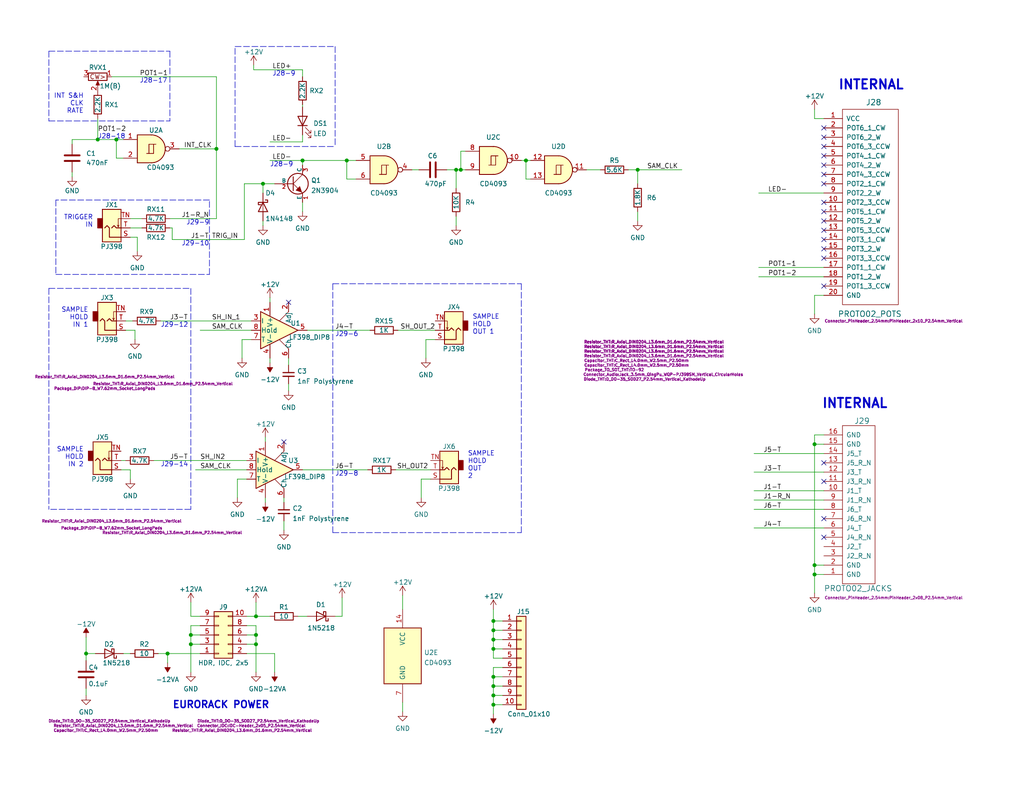
<source format=kicad_sch>
(kicad_sch (version 20211123) (generator eeschema)
  (paper "A")
  (title_block (title "ER-S-H-02") (date "2023-02-01") (rev "1") (company "https://www.schmitzbits.de/sah.html"))
  (lib_symbols
    (symbol "4xxx:HEF4093B" (pin_names (offset 1.016))
      (property "Reference" "U" (at 0 1.27 0))
      (property "Value" "HEF4093B" (at 0 -1.27 0))
      (symbol "HEF4093B_1_1"
        (pin input line (at -7.62 2.54 0) (length 3.81) (name "~") (number "1"))
        (pin input line (at -7.62 -2.54 0) (length 3.81) (name "~") (number "2"))
        (pin output inverted (at 7.62 0 180) (length 3.81) (name "~") (number "3"))
      )
      (symbol "HEF4093B_1_2"
        (pin input inverted (at -7.62 2.54 0) (length 4.318) (name "~") (number "1"))
        (pin input inverted (at -7.62 -2.54 0) (length 4.318) (name "~") (number "2"))
        (pin output line (at 7.62 0 180) (length 3.81) (name "~") (number "3"))
      )
      (symbol "HEF4093B_2_1"
        (pin output inverted (at 7.62 0 180) (length 3.81) (name "~") (number "4"))
        (pin input line (at -7.62 2.54 0) (length 3.81) (name "~") (number "5"))
        (pin input line (at -7.62 -2.54 0) (length 3.81) (name "~") (number "6"))
      )
      (symbol "HEF4093B_2_2"
        (pin output line (at 7.62 0 180) (length 3.81) (name "~") (number "4"))
        (pin input inverted (at -7.62 2.54 0) (length 4.318) (name "~") (number "5"))
        (pin input inverted (at -7.62 -2.54 0) (length 4.318) (name "~") (number "6"))
      )
      (symbol "HEF4093B_3_1"
        (pin output inverted (at 7.62 0 180) (length 3.81) (name "~") (number "10"))
        (pin input line (at -7.62 2.54 0) (length 3.81) (name "~") (number "8"))
        (pin input line (at -7.62 -2.54 0) (length 3.81) (name "~") (number "9"))
      )
      (symbol "HEF4093B_3_2"
        (pin output line (at 7.62 0 180) (length 3.81) (name "~") (number "10"))
        (pin input inverted (at -7.62 2.54 0) (length 4.318) (name "~") (number "8"))
        (pin input inverted (at -7.62 -2.54 0) (length 4.318) (name "~") (number "9"))
      )
      (symbol "HEF4093B_4_1"
        (pin output inverted (at 7.62 0 180) (length 3.81) (name "~") (number "11"))
        (pin input line (at -7.62 2.54 0) (length 3.81) (name "~") (number "12"))
        (pin input line (at -7.62 -2.54 0) (length 3.81) (name "~") (number "13"))
      )
      (symbol "HEF4093B_4_2"
        (pin output line (at 7.62 0 180) (length 3.81) (name "~") (number "11"))
        (pin input inverted (at -7.62 2.54 0) (length 4.318) (name "~") (number "12"))
        (pin input inverted (at -7.62 -2.54 0) (length 4.318) (name "~") (number "13"))
      )
      (symbol "HEF4093B_5_0"
        (pin power_in line (at 0 12.7 270) (length 5.08) (name "VCC") (number "14"))
        (pin power_in line (at 0 -12.7 90) (length 5.08) (name "GND") (number "7"))
      )
    )
    (symbol "Analog:LF398_DIP8" (pin_names (offset 0.127))
      (property "Reference" "U" (at 5.08 3.81 0))
      (property "Value" "LF398_DIP8" (at 5.08 -2.54 0))
      (symbol "LF398_DIP8_1_1"
        (pin passive line (at -2.54 7.62 270) (length 3.81) (name "V+") (number "1"))
        (pin passive line (at 2.54 7.62 270) (length 2.54) (name "Adj") (number "2"))
        (pin input line (at -7.62 2.54 0) (length 2.54) (name "I") (number "3"))
        (pin passive line (at -2.54 -7.62 90) (length 3.81) (name "V-") (number "4"))
        (pin output line (at 7.62 0 180) (length 2.54) (name "~") (number "5"))
        (pin passive line (at 2.54 -7.62 90) (length 2.54) (name "Ch") (number "6"))
        (pin passive line (at -7.62 -2.54 0) (length 2.54) (name "T") (number "7"))
        (pin input line (at -7.62 0 0) (length 2.54) (name "Hold") (number "8"))
      )
    )
    (symbol "Connector:AudioJack2_SwitchT"
      (property "Reference" "J" (at 0 8.89 0))
      (property "Value" "AudioJack2_SwitchT" (at 0 6.35 0))
      (symbol "AudioJack2_SwitchT_1_1"
        (pin passive line (at 5.08 2.54 180) (length 2.54) (name "~") (number "S"))
        (pin passive line (at 5.08 0 180) (length 2.54) (name "~") (number "T"))
        (pin passive line (at 5.08 -2.54 180) (length 2.54) (name "~") (number "TN"))
      )
    )
    (symbol "Connector_Generic:Conn_01x10" (pin_names (offset 1.016) hide)
      (property "Reference" "J" (at 0 12.7 0))
      (property "Value" "Conn_01x10" (at 0 -15.24 0))
      (symbol "Conn_01x10_1_1"
        (pin passive line (at -5.08 10.16 0) (length 3.81) (name "Pin_1") (number "1"))
        (pin passive line (at -5.08 -12.7 0) (length 3.81) (name "Pin_10") (number "10"))
        (pin passive line (at -5.08 7.62 0) (length 3.81) (name "Pin_2") (number "2"))
        (pin passive line (at -5.08 5.08 0) (length 3.81) (name "Pin_3") (number "3"))
        (pin passive line (at -5.08 2.54 0) (length 3.81) (name "Pin_4") (number "4"))
        (pin passive line (at -5.08 0 0) (length 3.81) (name "Pin_5") (number "5"))
        (pin passive line (at -5.08 -2.54 0) (length 3.81) (name "Pin_6") (number "6"))
        (pin passive line (at -5.08 -5.08 0) (length 3.81) (name "Pin_7") (number "7"))
        (pin passive line (at -5.08 -7.62 0) (length 3.81) (name "Pin_8") (number "8"))
        (pin passive line (at -5.08 -10.16 0) (length 3.81) (name "Pin_9") (number "9"))
      )
    )
    (symbol "Connector_Generic:Conn_02x05_Odd_Even" (pin_names (offset 1.016) hide)
      (property "Reference" "J" (at 1.27 7.62 0))
      (property "Value" "Conn_02x05_Odd_Even" (at 1.27 -7.62 0))
      (symbol "Conn_02x05_Odd_Even_1_1"
        (pin passive line (at -5.08 5.08 0) (length 3.81) (name "Pin_1") (number "1"))
        (pin passive line (at 7.62 -5.08 180) (length 3.81) (name "Pin_10") (number "10"))
        (pin passive line (at 7.62 5.08 180) (length 3.81) (name "Pin_2") (number "2"))
        (pin passive line (at -5.08 2.54 0) (length 3.81) (name "Pin_3") (number "3"))
        (pin passive line (at 7.62 2.54 180) (length 3.81) (name "Pin_4") (number "4"))
        (pin passive line (at -5.08 0 0) (length 3.81) (name "Pin_5") (number "5"))
        (pin passive line (at 7.62 0 180) (length 3.81) (name "Pin_6") (number "6"))
        (pin passive line (at -5.08 -2.54 0) (length 3.81) (name "Pin_7") (number "7"))
        (pin passive line (at 7.62 -2.54 180) (length 3.81) (name "Pin_8") (number "8"))
        (pin passive line (at -5.08 -5.08 0) (length 3.81) (name "Pin_9") (number "9"))
      )
    )
    (symbol "Device:C" (pin_numbers hide) (pin_names (offset 0.254))
      (property "Reference" "C" (at 0.635 2.54 0))
      (property "Value" "C" (at 0.635 -2.54 0))
      (symbol "C_1_1"
        (pin passive line (at 0 3.81 270) (length 2.794) (name "~") (number "1"))
        (pin passive line (at 0 -3.81 90) (length 2.794) (name "~") (number "2"))
      )
    )
    (symbol "Device:C_Small" (pin_numbers hide) (pin_names (offset 0.254) hide)
      (property "Reference" "C" (at 0.254 1.778 0))
      (property "Value" "C_Small" (at 0.254 -2.032 0))
      (symbol "C_Small_1_1"
        (pin passive line (at 0 2.54 270) (length 2.032) (name "~") (number "1"))
        (pin passive line (at 0 -2.54 90) (length 2.032) (name "~") (number "2"))
      )
    )
    (symbol "Device:D_Schottky" (pin_numbers hide) (pin_names (offset 1.016) hide)
      (property "Reference" "D" (at 0 2.54 0))
      (property "Value" "D_Schottky" (at 0 -2.54 0))
      (symbol "D_Schottky_1_1"
        (pin passive line (at -3.81 0 0) (length 2.54) (name "K") (number "1"))
        (pin passive line (at 3.81 0 180) (length 2.54) (name "A") (number "2"))
      )
    )
    (symbol "Device:LED" (pin_numbers hide) (pin_names (offset 1.016) hide)
      (property "Reference" "D" (at 0 2.54 0))
      (property "Value" "LED" (at 0 -2.54 0))
      (symbol "LED_1_1"
        (pin passive line (at -3.81 0 0) (length 2.54) (name "K") (number "1"))
        (pin passive line (at 3.81 0 180) (length 2.54) (name "A") (number "2"))
      )
    )
    (symbol "Device:R" (pin_numbers hide) (pin_names (offset 0))
      (property "Reference" "R" (at 2.032 0 90))
      (property "Value" "R" (at 0 0 90))
      (symbol "R_1_1"
        (pin passive line (at 0 3.81 270) (length 1.27) (name "~") (number "1"))
        (pin passive line (at 0 -3.81 90) (length 1.27) (name "~") (number "2"))
      )
    )
    (symbol "LandBoards_Conns:PROTO02_POTS" (pin_names (offset 1.016))
      (property "Reference" "J" (at -1.27 27.94 0))
      (property "Value" "PROTO02_POTS" (at 0 -27.94 0))
      (symbol "PROTO02_POTS_1_1"
        (pin power_in line (at 11.43 24.13 180) (length 5.08) (name "VCC") (number "1"))
        (pin passive line (at 11.43 1.27 180) (length 5.08) (name "POT2_3_CCW") (number "10"))
        (pin passive line (at 11.43 -1.27 180) (length 5.08) (name "POT5_1_CW") (number "11"))
        (pin passive line (at 11.43 -3.81 180) (length 5.08) (name "POT5_2_W") (number "12"))
        (pin passive line (at 11.43 -6.35 180) (length 5.08) (name "POT5_3_CCW") (number "13"))
        (pin passive line (at 11.43 -8.89 180) (length 5.08) (name "POT3_1_CW") (number "14"))
        (pin passive line (at 11.43 -11.43 180) (length 5.08) (name "POT3_2_W") (number "15"))
        (pin passive line (at 11.43 -13.97 180) (length 5.08) (name "POT3_3_CCW") (number "16"))
        (pin passive line (at 11.43 -16.51 180) (length 5.08) (name "POT1_1_CW") (number "17"))
        (pin passive line (at 11.43 -19.05 180) (length 5.08) (name "POT1_2_W") (number "18"))
        (pin passive line (at 11.43 -21.59 180) (length 5.08) (name "POT1_3_CCW") (number "19"))
        (pin passive line (at 11.43 21.59 180) (length 5.08) (name "POT6_1_CW") (number "2"))
        (pin power_in line (at 11.43 -24.13 180) (length 5.08) (name "GND") (number "20"))
        (pin passive line (at 11.43 19.05 180) (length 5.08) (name "POT6_2_W") (number "3"))
        (pin passive line (at 11.43 16.51 180) (length 5.08) (name "POT6_3_CCW") (number "4"))
        (pin passive line (at 11.43 13.97 180) (length 5.08) (name "POT4_1_CW") (number "5"))
        (pin passive line (at 11.43 11.43 180) (length 5.08) (name "POT4_2_W") (number "6"))
        (pin passive line (at 11.43 8.89 180) (length 5.08) (name "POT4_3_CCW") (number "7"))
        (pin passive line (at 11.43 6.35 180) (length 5.08) (name "POT2_1_CW") (number "8"))
        (pin passive line (at 11.43 3.81 180) (length 5.08) (name "POT2_2_W") (number "9"))
      )
    )
    (symbol "LandBoards_Conns:R_Pot_CW" (pin_names (offset 1.016) hide)
      (property "Reference" "RV" (at -1.27 1.27 0))
      (property "Value" "R_Pot_CW" (at -1.27 -1.27 0))
      (symbol "R_Pot_CW_0_0"
        (text "CW>" (at 0 0 900) (effects (font (size 1.27 1.27))))
      )
      (symbol "R_Pot_CW_1_1"
        (pin passive line (at 0 3.81 270) (length 1.27) (name "1") (number "1"))
        (pin passive line (at 3.81 0 180) (length 1.27) (name "2") (number "2"))
        (pin passive line (at 0 -3.81 90) (length 1.27) (name "3") (number "3"))
      )
    )
    (symbol "LandBoards_Semis:NPN" (pin_names (offset 0))
      (property "Reference" "Q" (at 0 -3.81 0))
      (property "Value" "NPN" (at 0 3.81 0))
      (symbol "NPN_1_1"
        (pin passive line (at 2.54 -5.08 90) (length 2.54) (name "E") (number "1"))
        (pin input line (at -5.08 0 0) (length 5.08) (name "B") (number "2"))
        (pin passive line (at 2.54 5.08 270) (length 2.54) (name "C") (number "3"))
      )
    )
    (symbol "PROTO02_JACKS_1" (pin_names (offset 1.016))
      (property "Reference" "J" (at 0 22.86 0))
      (property "Value" "PROTO02_JACKS_1" (at 0 -22.86 0))
      (symbol "PROTO02_JACKS_1_1_1"
        (pin power_in line (at 8.89 -19.05 180) (length 5.08) (name "GND") (number "1"))
        (pin passive line (at 8.89 3.81 180) (length 5.08) (name "J1_T") (number "10"))
        (pin passive line (at 8.89 6.35 180) (length 5.08) (name "J3_R_N") (number "11"))
        (pin passive line (at 8.89 8.89 180) (length 5.08) (name "J3_T") (number "12"))
        (pin passive line (at 8.89 11.43 180) (length 5.08) (name "J5_R_N") (number "13"))
        (pin passive line (at 8.89 13.97 180) (length 5.08) (name "J5_T") (number "14"))
        (pin power_in line (at 8.89 16.51 180) (length 5.08) (name "GND") (number "15"))
        (pin power_in line (at 8.89 19.05 180) (length 5.08) (name "GND") (number "16"))
        (pin power_in line (at 8.89 -16.51 180) (length 5.08) (name "GND") (number "2"))
        (pin passive line (at 8.89 -13.97 180) (length 5.08) (name "J2_R_N") (number "3"))
        (pin passive line (at 8.89 -11.43 180) (length 5.08) (name "J2_T") (number "4"))
        (pin passive line (at 8.89 -8.89 180) (length 5.08) (name "J4_R_N") (number "5"))
        (pin passive line (at 8.89 -6.35 180) (length 5.08) (name "J4_T") (number "6"))
        (pin passive line (at 8.89 -3.81 180) (length 5.08) (name "J6_R_N") (number "7"))
        (pin passive line (at 8.89 -1.27 180) (length 5.08) (name "J6_T") (number "8"))
        (pin passive line (at 8.89 1.27 180) (length 5.08) (name "J1_R_N") (number "9"))
      )
    )
    (symbol "power:+12V" (power) (pin_names (offset 0))
      (property "Value" "+12V" (at 0 3.556 0))
      (symbol "+12V_1_1"
        (pin power_in line (at 0 0 90) (length 0) hide (name "+12V") (number "1"))
      )
    )
    (symbol "power:+12VA" (power) (pin_names (offset 0))
      (property "Value" "+12VA" (at 0 3.556 0))
      (symbol "+12VA_1_1"
        (pin power_in line (at 0 0 90) (length 0) hide (name "+12VA") (number "1"))
      )
    )
    (symbol "power:-12V" (power) (pin_names (offset 0))
      (property "Value" "-12V" (at 0 3.81 0))
      (symbol "-12V_0_0"
        (pin power_in line (at 0 0 90) (length 0) hide (name "-12V") (number "1"))
      )
    )
    (symbol "power:-12VA" (power) (pin_names (offset 0))
      (property "Value" "-12VA" (at 0 3.556 0))
      (symbol "-12VA_0_0"
        (pin power_in line (at 0 0 90) (length 0) hide (name "-12VA") (number "1"))
      )
    )
    (symbol "power:GND" (power) (pin_names (offset 0))
      (property "Value" "GND" (at 0 -3.81 0))
      (symbol "GND_1_1"
        (pin power_in line (at 0 0 270) (length 0) hide (name "GND") (number "1"))
      )
    )
  )
  (junction (at 69.85 168.275))
  (junction (at 134.62 192.405))
  (junction (at 173.99 46.355))
  (junction (at 222.25 154.305))
  (junction (at 59.055 40.64))
  (junction (at 52.07 175.895))
  (junction (at 69.85 175.895))
  (junction (at 23.495 178.435))
  (junction (at 134.62 177.165))
  (junction (at 134.62 174.625))
  (junction (at 222.25 121.285))
  (junction (at 52.07 173.355))
  (junction (at 71.755 50.165))
  (junction (at 134.62 187.325))
  (junction (at 134.62 189.865))
  (junction (at 143.51 43.815))
  (junction (at 134.62 169.545))
  (junction (at 125.73 46.355))
  (junction (at 134.62 172.085))
  (junction (at 31.75 38.1))
  (junction (at 69.85 173.355))
  (junction (at 124.46 46.355))
  (junction (at 222.25 156.845))
  (junction (at 45.72 178.435))
  (junction (at 94.615 43.815))
  (junction (at 134.62 184.785))
  (junction (at 82.55 43.815))
  (junction (at 26.67 38.1))
  (no_connect (at 224.79 55.245))
  (no_connect (at 224.79 126.365))
  (no_connect (at 224.79 131.445))
  (no_connect (at 224.79 141.605))
  (no_connect (at 224.79 146.685))
  (no_connect (at 78.74 82.55))
  (no_connect (at 77.47 120.65))
  (no_connect (at 224.79 70.485))
  (no_connect (at 224.79 78.105))
  (no_connect (at 224.79 60.325))
  (no_connect (at 224.79 62.865))
  (no_connect (at 224.79 65.405))
  (no_connect (at 224.79 67.945))
  (no_connect (at 224.79 34.925))
  (no_connect (at 224.79 37.465))
  (no_connect (at 224.79 40.005))
  (no_connect (at 224.79 42.545))
  (no_connect (at 224.79 45.085))
  (no_connect (at 224.79 47.625))
  (no_connect (at 224.79 57.785))
  (no_connect (at 224.79 50.165))
  (wire (pts (xy 137.16 182.245) (xy 134.62 182.245)))
  (polyline (pts (xy 64.135 40.005) (xy 64.135 12.7)))
  (wire (pts (xy 94.615 43.815) (xy 94.615 48.895)))
  (polyline (pts (xy 64.135 40.005) (xy 91.44 40.005)))
  (wire (pts (xy 31.75 38.1) (xy 33.655 38.1)))
  (wire (pts (xy 33.02 125.73) (xy 34.29 125.73)))
  (wire (pts (xy 31.75 38.1) (xy 31.75 43.18)))
  (wire (pts (xy 222.25 80.645) (xy 222.25 85.725)))
  (polyline (pts (xy 91.44 12.7) (xy 91.44 40.005)))
  (wire (pts (xy 224.79 118.745) (xy 222.25 118.745)))
  (wire (pts (xy 43.18 178.435) (xy 45.72 178.435)))
  (wire (pts (xy 77.47 135.89) (xy 77.47 137.16)))
  (wire (pts (xy 205.74 139.065) (xy 224.79 139.065)))
  (wire (pts (xy 66.675 50.165) (xy 66.675 65.405)))
  (wire (pts (xy 222.25 118.745) (xy 222.25 121.285)))
  (wire (pts (xy 82.55 43.815) (xy 94.615 43.815)))
  (wire (pts (xy 222.25 29.845) (xy 222.25 32.385)))
  (wire (pts (xy 125.73 46.355) (xy 125.73 41.275)))
  (wire (pts (xy 74.93 178.435) (xy 74.93 183.515)))
  (wire (pts (xy 134.62 177.165) (xy 134.62 179.705)))
  (wire (pts (xy 26.67 38.1) (xy 31.75 38.1)))
  (wire (pts (xy 30.48 20.955) (xy 59.055 20.955)))
  (wire (pts (xy 134.62 174.625) (xy 134.62 177.165)))
  (wire (pts (xy 78.74 106.68) (xy 78.74 104.775)))
  (wire (pts (xy 171.45 46.355) (xy 173.99 46.355)))
  (wire (pts (xy 35.56 62.23) (xy 38.735 62.23)))
  (polyline (pts (xy 52.07 78.74) (xy 52.07 139.065)))
  (wire (pts (xy 109.855 191.77) (xy 109.855 194.31)))
  (wire (pts (xy 81.28 168.275) (xy 83.82 168.275)))
  (wire (pts (xy 124.46 46.355) (xy 124.46 51.435)))
  (wire (pts (xy 93.345 163.195) (xy 93.345 168.275)))
  (wire (pts (xy 72.39 137.16) (xy 72.39 135.89)))
  (wire (pts (xy 222.25 156.845) (xy 222.25 161.925)))
  (wire (pts (xy 125.73 41.275) (xy 127 41.275)))
  (wire (pts (xy 207.01 52.705) (xy 224.79 52.705)))
  (wire (pts (xy 69.85 168.275) (xy 69.85 164.465)))
  (wire (pts (xy 69.215 19.05) (xy 82.55 19.05)))
  (wire (pts (xy 207.01 75.565) (xy 224.79 75.565)))
  (wire (pts (xy 173.99 46.355) (xy 173.99 50.165)))
  (wire (pts (xy 48.895 40.64) (xy 59.055 40.64)))
  (wire (pts (xy 205.74 123.825) (xy 224.79 123.825)))
  (wire (pts (xy 134.62 172.085) (xy 134.62 174.625)))
  (wire (pts (xy 43.815 87.63) (xy 68.58 87.63)))
  (wire (pts (xy 37.465 64.77) (xy 35.56 64.77)))
  (wire (pts (xy 23.495 178.435) (xy 23.495 180.34)))
  (wire (pts (xy 69.85 170.815) (xy 69.85 173.355)))
  (wire (pts (xy 67.31 130.81) (xy 64.77 130.81)))
  (wire (pts (xy 205.74 144.145) (xy 224.79 144.145)))
  (wire (pts (xy 67.31 178.435) (xy 74.93 178.435)))
  (wire (pts (xy 222.25 121.285) (xy 224.79 121.285)))
  (wire (pts (xy 137.16 169.545) (xy 134.62 169.545)))
  (polyline (pts (xy 15.24 74.93) (xy 57.15 74.93)))
  (wire (pts (xy 224.79 32.385) (xy 222.25 32.385)))
  (polyline (pts (xy 13.335 78.74) (xy 52.07 78.74)))
  (polyline (pts (xy 13.335 33.02) (xy 46.355 33.02)))
  (wire (pts (xy 45.72 178.435) (xy 54.61 178.435)))
  (wire (pts (xy 19.685 38.1) (xy 19.685 39.37)))
  (wire (pts (xy 83.82 90.17) (xy 100.965 90.17)))
  (wire (pts (xy 67.31 175.895) (xy 69.85 175.895)))
  (wire (pts (xy 134.62 192.405) (xy 134.62 189.865)))
  (wire (pts (xy 52.07 168.275) (xy 54.61 168.275)))
  (polyline (pts (xy 90.805 145.415) (xy 142.24 145.415)))
  (wire (pts (xy 173.99 57.785) (xy 173.99 60.325)))
  (wire (pts (xy 69.215 17.78) (xy 69.215 19.05)))
  (wire (pts (xy 73.66 38.735) (xy 82.55 38.735)))
  (wire (pts (xy 82.55 55.245) (xy 82.55 57.785)))
  (wire (pts (xy 205.74 133.985) (xy 224.79 133.985)))
  (wire (pts (xy 137.16 192.405) (xy 134.62 192.405)))
  (wire (pts (xy 66.675 50.165) (xy 71.755 50.165)))
  (wire (pts (xy 77.47 144.78) (xy 77.47 142.24)))
  (wire (pts (xy 137.16 184.785) (xy 134.62 184.785)))
  (polyline (pts (xy 13.335 13.97) (xy 13.335 33.02)))
  (wire (pts (xy 71.755 61.595) (xy 71.755 60.325)))
  (polyline (pts (xy 52.07 139.065) (xy 13.335 139.065)))
  (wire (pts (xy 222.25 80.645) (xy 224.79 80.645)))
  (wire (pts (xy 72.39 119.38) (xy 72.39 120.65)))
  (wire (pts (xy 52.07 175.895) (xy 52.07 183.515)))
  (wire (pts (xy 59.055 20.955) (xy 59.055 40.64)))
  (polyline (pts (xy 57.15 54.61) (xy 15.24 54.61)))
  (wire (pts (xy 222.25 121.285) (xy 222.25 154.305)))
  (wire (pts (xy 205.74 136.525) (xy 224.79 136.525)))
  (wire (pts (xy 222.25 156.845) (xy 224.79 156.845)))
  (wire (pts (xy 36.83 90.17) (xy 34.29 90.17)))
  (wire (pts (xy 35.56 128.27) (xy 33.02 128.27)))
  (wire (pts (xy 26.67 38.1) (xy 19.685 38.1)))
  (wire (pts (xy 82.55 128.27) (xy 100.33 128.27)))
  (wire (pts (xy 134.62 174.625) (xy 137.16 174.625)))
  (wire (pts (xy 134.62 187.325) (xy 134.62 189.865)))
  (wire (pts (xy 52.07 164.465) (xy 52.07 168.275)))
  (wire (pts (xy 52.07 170.815) (xy 52.07 173.355)))
  (wire (pts (xy 205.74 128.905) (xy 224.79 128.905)))
  (wire (pts (xy 124.46 61.595) (xy 124.46 59.055)))
  (wire (pts (xy 82.55 28.575) (xy 82.55 29.21)))
  (wire (pts (xy 124.46 46.355) (xy 125.73 46.355)))
  (wire (pts (xy 134.62 177.165) (xy 137.16 177.165)))
  (wire (pts (xy 46.99 62.23) (xy 46.355 62.23)))
  (wire (pts (xy 33.655 178.435) (xy 35.56 178.435)))
  (wire (pts (xy 23.495 178.435) (xy 26.035 178.435)))
  (wire (pts (xy 52.07 175.895) (xy 54.61 175.895)))
  (wire (pts (xy 66.675 65.405) (xy 46.99 65.405)))
  (wire (pts (xy 207.01 73.025) (xy 224.79 73.025)))
  (wire (pts (xy 144.78 43.815) (xy 143.51 43.815)))
  (wire (pts (xy 112.395 46.355) (xy 114.3 46.355)))
  (wire (pts (xy 23.495 187.96) (xy 23.495 189.865)))
  (wire (pts (xy 19.685 48.26) (xy 19.685 46.99)))
  (wire (pts (xy 114.935 130.81) (xy 114.935 135.89)))
  (wire (pts (xy 222.25 154.305) (xy 222.25 156.845)))
  (wire (pts (xy 134.62 187.325) (xy 137.16 187.325)))
  (wire (pts (xy 59.055 40.64) (xy 59.055 59.69)))
  (wire (pts (xy 137.16 172.085) (xy 134.62 172.085)))
  (wire (pts (xy 64.77 130.81) (xy 64.77 135.89)))
  (wire (pts (xy 53.34 128.27) (xy 67.31 128.27)))
  (polyline (pts (xy 90.805 77.47) (xy 142.24 77.47)))
  (wire (pts (xy 116.205 92.71) (xy 116.205 97.79)))
  (polyline (pts (xy 57.15 74.93) (xy 57.15 54.61)))
  (wire (pts (xy 38.735 59.69) (xy 35.56 59.69)))
  (wire (pts (xy 67.31 168.275) (xy 69.85 168.275)))
  (wire (pts (xy 36.83 92.71) (xy 36.83 90.17)))
  (polyline (pts (xy 90.805 77.47) (xy 90.805 145.415)))
  (wire (pts (xy 143.51 43.815) (xy 143.51 48.895)))
  (wire (pts (xy 52.07 173.355) (xy 52.07 175.895)))
  (wire (pts (xy 46.99 62.23) (xy 46.99 65.405)))
  (wire (pts (xy 54.61 170.815) (xy 52.07 170.815)))
  (wire (pts (xy 78.74 97.79) (xy 78.74 99.695)))
  (wire (pts (xy 73.66 43.815) (xy 82.55 43.815)))
  (wire (pts (xy 54.61 90.17) (xy 68.58 90.17)))
  (polyline (pts (xy 13.335 13.97) (xy 46.355 13.97)))
  (polyline (pts (xy 46.355 13.97) (xy 46.355 33.02)))
  (polyline (pts (xy 13.335 78.74) (xy 13.335 139.065)))
  (wire (pts (xy 26.67 32.385) (xy 26.67 38.1)))
  (wire (pts (xy 97.155 48.895) (xy 94.615 48.895)))
  (wire (pts (xy 82.55 19.05) (xy 82.55 20.955)))
  (wire (pts (xy 68.58 92.71) (xy 66.04 92.71)))
  (wire (pts (xy 137.16 179.705) (xy 134.62 179.705)))
  (wire (pts (xy 127 46.355) (xy 125.73 46.355)))
  (wire (pts (xy 82.55 36.83) (xy 82.55 38.735)))
  (polyline (pts (xy 15.24 54.61) (xy 15.24 74.93)))
  (wire (pts (xy 134.62 166.37) (xy 134.62 169.545)))
  (wire (pts (xy 71.755 50.165) (xy 71.755 52.705)))
  (wire (pts (xy 134.62 192.405) (xy 134.62 194.945)))
  (wire (pts (xy 67.31 170.815) (xy 69.85 170.815)))
  (wire (pts (xy 173.99 46.355) (xy 186.055 46.355)))
  (wire (pts (xy 109.855 162.56) (xy 109.855 166.37)))
  (wire (pts (xy 134.62 184.785) (xy 134.62 187.325)))
  (wire (pts (xy 94.615 43.815) (xy 97.155 43.815)))
  (wire (pts (xy 107.95 128.27) (xy 117.475 128.27)))
  (wire (pts (xy 23.495 173.99) (xy 23.495 178.435)))
  (wire (pts (xy 143.51 43.815) (xy 142.24 43.815)))
  (wire (pts (xy 34.29 87.63) (xy 36.195 87.63)))
  (wire (pts (xy 160.02 46.355) (xy 163.83 46.355)))
  (wire (pts (xy 118.745 92.71) (xy 116.205 92.71)))
  (polyline (pts (xy 64.135 12.7) (xy 91.44 12.7)))
  (wire (pts (xy 35.56 130.81) (xy 35.56 128.27)))
  (wire (pts (xy 108.585 90.17) (xy 118.745 90.17)))
  (wire (pts (xy 31.75 43.18) (xy 33.655 43.18)))
  (wire (pts (xy 71.755 50.165) (xy 74.93 50.165)))
  (wire (pts (xy 37.465 68.58) (xy 37.465 64.77)))
  (wire (pts (xy 91.44 168.275) (xy 93.345 168.275)))
  (wire (pts (xy 143.51 48.895) (xy 144.78 48.895)))
  (wire (pts (xy 117.475 130.81) (xy 114.935 130.81)))
  (wire (pts (xy 69.85 175.895) (xy 69.85 183.515)))
  (wire (pts (xy 67.31 173.355) (xy 69.85 173.355)))
  (wire (pts (xy 134.62 189.865) (xy 137.16 189.865)))
  (wire (pts (xy 134.62 169.545) (xy 134.62 172.085)))
  (wire (pts (xy 134.62 182.245) (xy 134.62 184.785)))
  (wire (pts (xy 66.04 92.71) (xy 66.04 97.79)))
  (wire (pts (xy 73.66 99.06) (xy 73.66 97.79)))
  (polyline (pts (xy 142.24 77.47) (xy 142.24 145.415)))
  (wire (pts (xy 69.85 173.355) (xy 69.85 175.895)))
  (wire (pts (xy 45.72 180.975) (xy 45.72 178.435)))
  (wire (pts (xy 52.07 173.355) (xy 54.61 173.355)))
  (wire (pts (xy 41.91 125.73) (xy 67.31 125.73)))
  (wire (pts (xy 121.92 46.355) (xy 124.46 46.355)))
  (wire (pts (xy 46.355 59.69) (xy 59.055 59.69)))
  (wire (pts (xy 73.66 81.28) (xy 73.66 82.55)))
  (wire (pts (xy 222.25 154.305) (xy 224.79 154.305)))
  (wire (pts (xy 69.85 168.275) (xy 73.66 168.275)))
  (wire (pts (xy 82.55 43.815) (xy 82.55 45.085)))
  (text "SAMPLE\nHOLD\nOUT\n2" (at 127.635 130.81 0) (effects (font (size 1.27 1.27)) (justify left bottom)))
  (text "EURORACK POWER" (at 46.99 193.675 0) (effects (font (size 1.905 1.905) (thickness 0.381) bold) (justify left bottom)))
  (text "INT S&H\nCLK\nRATE" (at 22.86 31.115 180) (effects (font (size 1.27 1.27)) (justify right bottom)))
  (text "J29-8" (at 91.44 130.175 0) (effects (font (size 1.27 1.27)) (justify left bottom)))
  (text "SAMPLE\nHOLD\nOUT 1" (at 128.905 91.44 0) (effects (font (size 1.27 1.27)) (justify left bottom)))
  (text "J29-14" (at 43.815 127.635 0) (effects (font (size 1.27 1.27)) (justify left bottom)))
  (text "J28-17" (at 38.1 22.86 0) (effects (font (size 1.27 1.27)) (justify left bottom)))
  (text "J29-6" (at 91.44 92.075 0) (effects (font (size 1.27 1.27)) (justify left bottom)))
  (text "SAMPLE\nHOLD\nIN 2" (at 22.86 127.635 180) (effects (font (size 1.27 1.27)) (justify right bottom)))
  (text "J28-9" (at 74.295 20.955 0) (effects (font (size 1.27 1.27)) (justify left bottom)))
  (text "TRIGGER\nIN" (at 25.4 62.23 180) (effects (font (size 1.27 1.27)) (justify right bottom)))
  (text "J28-18" (at 26.67 38.1 0) (effects (font (size 1.27 1.27)) (justify left bottom)))
  (text "J29-12" (at 43.815 89.535 0) (effects (font (size 1.27 1.27)) (justify left bottom)))
  (text "J28-9" (at 73.66 45.72 0) (effects (font (size 1.27 1.27)) (justify left bottom)))
  (text "SAMPLE\nHOLD\nIN 1" (at 24.13 89.535 180) (effects (font (size 1.27 1.27)) (justify right bottom)))
  (text "J29-9" (at 50.8 61.595 0) (effects (font (size 1.27 1.27)) (justify left bottom)))
  (text "INTERNAL" (at 228.6 24.765 0) (effects (font (size 2.54 2.54) (thickness 0.508) bold) (justify left bottom)))
  (text "INTERNAL" (at 224.155 111.76 0) (effects (font (size 2.54 2.54) (thickness 0.508) bold) (justify left bottom)))
  (text "J29-10" (at 49.53 67.31 0) (effects (font (size 1.27 1.27)) (justify left bottom)))
  (label "SH_OUT_2" (at 118.745 90.17 180))
  (label "J1-T" (at 52.07 65.405 0))
  (label "POT1-2" (at 209.55 75.565 0))
  (label "SH_IN_1" (at 57.785 87.63 0))
  (label "TRIG_IN" (at 57.785 65.405 0))
  (label "SAM_CLK" (at 54.61 128.27 0))
  (label "SAM_CLK" (at 57.785 90.17 0))
  (label "J1-R_N" (at 49.53 59.69 0))
  (label "POT1-1" (at 38.1 20.955 0))
  (label "J6-T" (at 91.44 128.27 0))
  (label "SH_IN2" (at 54.61 125.73 0))
  (label "J1-R_N" (at 208.28 136.525 0))
  (label "J5-T" (at 208.28 123.825 0))
  (label "LED-" (at 74.295 43.815 0))
  (label "J5-T" (at 46.355 125.73 0))
  (label "J4-T" (at 208.28 144.145 0))
  (label "J1-T" (at 208.28 133.985 0))
  (label "LED-" (at 74.295 38.735 0))
  (label "INT_CLK" (at 50.165 40.64 0))
  (label "SAM_CLK" (at 176.53 46.355 0))
  (label "J3-T" (at 46.355 87.63 0))
  (label "POT1-1" (at 209.55 73.025 0))
  (label "J3-T" (at 208.28 128.905 0))
  (label "J4-T" (at 91.44 90.17 0))
  (label "SH_OUT2" (at 116.84 128.27 180))
  (label "LED-" (at 209.55 52.705 0))
  (label "LED+" (at 74.295 19.05 0))
  (label "J6-T" (at 208.28 139.065 0))
  (label "POT1-2" (at 26.67 36.195 0))
  (symbol (lib_id "Connector:AudioJack2_SwitchT") (at 122.555 128.27 180) (unit 1)
    (property "Reference" "JX6" (at 122.555 121.92 0))
    (property "Value" "PJ398" (at 122.555 133.35 0))
    (property "Footprint" "Connector_Audio:Jack_3.5mm_QingPu_WQP-PJ398SM_Vertical_CircularHoles" (effects hide))
    (property "Datasheet" "https://www.taydaelectronics.com/pj-301bm-3-5-mm-mono-phone-jack.html" (effects hide))
  )
  (symbol (lib_id "power:GND") (at 52.07 183.515 0) (unit 1)
    (property "Reference" "#PWR0104" (effects hide))
    (property "Value" "GND" (at 52.07 188.0775 0))
  )
  (symbol (lib_id "4xxx:HEF4093B") (at 109.855 179.07 0) (unit 5)
    (property "Reference" "U2" (at 115.697 178.1615 0) (effects (justify left)))
    (property "Value" "CD4093" (at 115.697 180.9366 0) (effects (justify left)))
    (property "Footprint" "Package_DIP:DIP-14_W7.62mm_Socket_LongPads" (effects hide))
    (property "Datasheet" "https://assets.nexperia.com/documents/data-sheet/HEF4093B.pdf" (effects hide))
  )
  (symbol (lib_id "power:+12V") (at 73.66 81.28 0) (unit 1)
    (property "Reference" "#PWR05" (effects hide))
    (property "Value" "+12V" (at 73.66 77.6755 0))
  )
  (symbol (lib_id "power:GND") (at 69.85 183.515 0) (unit 1)
    (property "Reference" "#PWR0105" (effects hide))
    (property "Value" "GND" (at 69.85 188.0775 0))
  )
  (symbol (lib_id "Device:LED") (at 82.55 33.02 90) (unit 1)
    (property "Reference" "DS1" (at 85.471 33.699 90) (effects (justify right)))
    (property "Value" "LED" (at 85.471 36.4741 90) (effects (justify right)))
    (property "Footprint" "LED_THT:LED_D5.0mm" (effects hide))
  )
  (symbol (lib_id "power:-12V") (at 23.495 173.99 0) (unit 1)
    (property "Reference" "#PWR0113" (effects hide))
    (property "Value" "-12V" (at 23.495 170.3855 0))
  )
  (symbol (lib_id "power:GND") (at 23.495 189.865 0) (unit 1)
    (property "Reference" "#PWR0115" (effects hide))
    (property "Value" "GND" (at 23.495 194.4275 0))
  )
  (symbol (lib_id "Connector:AudioJack2_SwitchT") (at 123.825 90.17 180) (unit 1)
    (property "Reference" "JX4" (at 123.825 83.82 0))
    (property "Value" "PJ398" (at 123.825 95.25 0))
    (property "Footprint" "Connector_Audio:Jack_3.5mm_QingPu_WQP-PJ398SM_Vertical_CircularHoles" (effects hide))
    (property "Datasheet" "https://www.taydaelectronics.com/pj-301bm-3-5-mm-mono-phone-jack.html" (effects hide))
  )
  (symbol (lib_id "power:-12V") (at 73.66 99.06 180) (unit 1)
    (property "Reference" "#PWR06" (effects hide))
    (property "Value" "-12V" (at 73.66 103.6225 0))
  )
  (symbol (lib_id "4xxx:HEF4093B") (at 41.275 40.64 0) (unit 1)
    (property "Reference" "U2" (at 42.545 35.56 0))
    (property "Value" "CD4093" (at 43.815 45.72 0))
    (property "Footprint" "Package_DIP:DIP-14_W7.62mm_Socket_LongPads" (effects hide))
    (property "Datasheet" "https://assets.nexperia.com/documents/data-sheet/HEF4093B.pdf" (effects hide))
  )
  (symbol (lib_id "LandBoards_Conns:PROTO02_POTS") (at 236.22 56.515 0) (mirror y) (unit 1)
    (property "Reference" "J28" (at 236.22 27.94 0) (effects (font (size 1.524 1.524)) (justify right)))
    (property "Value" "PROTO02_POTS" (at 228.6 85.725 0) (effects (font (size 1.524 1.524)) (justify right)))
    (property "Footprint" "Connector_PinHeader_2.54mm:PinHeader_2x10_P2.54mm_Vertical" (at 243.84 87.63 0) (effects (font (size 0.762 0.762))))
  )
  (symbol (lib_id "power:GND") (at 124.46 61.595 0) (unit 1)
    (property "Reference" "#PWR010" (effects hide))
    (property "Value" "GND" (at 124.46 66.1575 0))
  )
  (symbol (lib_id "Device:R") (at 39.37 178.435 90) (unit 1)
    (property "Reference" "R2" (at 39.37 175.895 90))
    (property "Value" "10" (at 39.37 178.435 90))
    (property "Footprint" "Resistor_THT:R_Axial_DIN0204_L3.6mm_D1.6mm_P2.54mm_Vertical" (at 33.655 198.12 90) (effects (font (size 0.762 0.762))))
  )
  (symbol (lib_id "LandBoards_Conns:R_Pot_CW") (at 26.67 20.955 270) (unit 1)
    (property "Reference" "RVX1" (at 29.21 18.415 90) (effects (justify right)))
    (property "Value" "1M(B)" (at 33.02 23.495 90) (effects (justify right)))
    (property "Footprint" "LandBoards_Conns:RV09ACF" (effects hide))
  )
  (symbol (lib_id "Analog:LF398_DIP8") (at 76.2 90.17 0) (unit 1)
    (property "Reference" "U1" (at 80.645 88.265 0))
    (property "Value" "LF398_DIP8" (at 84.455 92.075 0))
    (property "Footprint" "Package_DIP:DIP-8_W7.62mm_Socket_LongPads" (at 28.575 106.045 0) (effects (font (size 0.762 0.762))))
    (property "Datasheet" "http://www.ti.com/lit/ds/symlink/lf398-n.pdf" (effects hide))
  )
  (symbol (lib_id "power:+12VA") (at 52.07 164.465 0) (unit 1)
    (property "Reference" "#PWR0103" (effects hide))
    (property "Value" "+12VA" (at 52.07 160.8605 0))
  )
  (symbol (lib_id "power:GND") (at 71.755 61.595 0) (unit 1)
    (property "Reference" "#PWR07" (effects hide))
    (property "Value" "GND" (at 71.755 66.1575 0))
  )
  (symbol (lib_id "Device:C") (at 19.685 43.18 0) (unit 1)
    (property "Reference" "C1" (at 23.495 41.91 0) (effects (justify left)))
    (property "Value" "470nF" (at 23.495 44.45 0) (effects (justify left)))
    (property "Footprint" "Capacitor_THT:C_Rect_L4.0mm_W2.5mm_P2.50mm" (at 159.385 99.695 0) (effects (font (size 0.762 0.762)) (justify left)))
  )
  (symbol (lib_name "PROTO02_JACKS_1") (lib_id "LandBoards_Conns:PROTO02_JACKS") (at 233.68 137.795 0) (mirror y) (unit 1)
    (property "Reference" "J29" (at 233.045 114.935 0) (effects (font (size 1.524 1.524)) (justify right)))
    (property "Value" "PROTO02_JACKS" (at 224.79 160.655 0) (effects (font (size 1.524 1.524)) (justify right)))
    (property "Footprint" "Connector_PinHeader_2.54mm:PinHeader_2x08_P2.54mm_Vertical" (at 243.84 163.195 0) (effects (font (size 0.762 0.762))))
  )
  (symbol (lib_id "power:+12V") (at 93.345 163.195 0) (unit 1)
    (property "Reference" "#PWR0102" (effects hide))
    (property "Value" "+12V" (at 93.345 159.5905 0))
  )
  (symbol (lib_id "Device:C") (at 23.495 184.15 0) (unit 1)
    (property "Reference" "C4" (at 24.13 182.245 0) (effects (justify left)))
    (property "Value" "0.1uF" (at 24.13 186.69 0) (effects (justify left)))
    (property "Footprint" "Capacitor_THT:C_Rect_L4.0mm_W2.5mm_P2.50mm" (at 14.605 199.39 0) (effects (font (size 0.762 0.762)) (justify left)))
  )
  (symbol (lib_id "Device:R") (at 167.64 46.355 270) (unit 1)
    (property "Reference" "R5" (at 167.64 43.815 90))
    (property "Value" "5.6K" (at 167.64 46.355 90))
    (property "Footprint" "Resistor_THT:R_Axial_DIN0204_L3.6mm_D1.6mm_P2.54mm_Vertical" (at 178.435 94.615 90) (effects (font (size 0.762 0.762))))
  )
  (symbol (lib_id "Device:R") (at 38.1 125.73 90) (unit 1)
    (property "Reference" "RX7" (at 38.1 123.19 90))
    (property "Value" "4.7K" (at 38.1 125.73 90))
    (property "Footprint" "Resistor_THT:R_Axial_DIN0204_L3.6mm_D1.6mm_P2.54mm_Vertical" (at 30.48 142.24 90) (effects (font (size 0.762 0.762))))
  )
  (symbol (lib_id "power:GND") (at 222.25 85.725 0) (unit 1)
    (property "Reference" "#PWR025" (effects hide))
    (property "Value" "GND" (at 222.25 90.2875 0))
  )
  (symbol (lib_id "power:GND") (at 222.25 161.925 0) (unit 1)
    (property "Reference" "#PWR026" (effects hide))
    (property "Value" "GND" (at 222.25 166.4875 0))
  )
  (symbol (lib_id "Device:C") (at 118.11 46.355 90) (unit 1)
    (property "Reference" "C6" (at 119.38 42.545 90) (effects (justify left)))
    (property "Value" "470pF" (at 121.92 50.165 90) (effects (justify left)))
    (property "Footprint" "Capacitor_THT:C_Rect_L4.0mm_W2.5mm_P2.50mm" (at 187.96 98.425 90) (effects (font (size 0.762 0.762)) (justify left)))
  )
  (symbol (lib_id "power:GND") (at 173.99 60.325 0) (unit 1)
    (property "Reference" "#PWR012" (effects hide))
    (property "Value" "GND" (at 173.99 64.8875 0))
  )
  (symbol (lib_id "power:GND") (at 78.74 106.68 0) (unit 1)
    (property "Reference" "#PWR014" (effects hide))
    (property "Value" "GND" (at 78.74 111.2425 0))
  )
  (symbol (lib_id "Device:R") (at 77.47 168.275 90) (unit 1)
    (property "Reference" "R1" (at 77.47 165.735 90))
    (property "Value" "10" (at 77.47 168.275 90))
    (property "Footprint" "Resistor_THT:R_Axial_DIN0204_L3.6mm_D1.6mm_P2.54mm_Vertical" (at 66.04 199.39 90) (effects (font (size 0.762 0.762))))
  )
  (symbol (lib_id "power:+12V") (at 222.25 29.845 0) (unit 1)
    (property "Reference" "#PWR?" (effects hide))
    (property "Value" "+12V" (at 222.25 26.2405 0))
  )
  (symbol (lib_id "power:+12V") (at 134.62 166.37 0) (unit 1)
    (property "Reference" "#PWR022" (effects hide))
    (property "Value" "+12V" (at 134.62 162.7655 0))
  )
  (symbol (lib_id "Device:C_Small") (at 78.74 102.235 0) (unit 1)
    (property "Reference" "C3" (at 81.0641 101.3328 0) (effects (justify left)))
    (property "Value" "1nF Polystyrene" (at 81.0641 104.1079 0) (effects (justify left)))
    (property "Footprint" "Capacitor_THT:C_Radial_D5.0mm_H7.0mm_P2.00mm" (effects hide))
  )
  (symbol (lib_id "Device:R") (at 124.46 55.245 180) (unit 1)
    (property "Reference" "R4" (at 128.27 55.245 0))
    (property "Value" "10K" (at 124.46 55.245 90))
    (property "Footprint" "Resistor_THT:R_Axial_DIN0204_L3.6mm_D1.6mm_P2.54mm_Vertical" (at 178.435 95.885 0) (effects (font (size 0.762 0.762))))
  )
  (symbol (lib_id "Device:C_Small") (at 77.47 139.7 0) (unit 1)
    (property "Reference" "C2" (at 79.7941 138.7978 0) (effects (justify left)))
    (property "Value" "1nF Polystyrene" (at 79.7941 141.5729 0) (effects (justify left)))
    (property "Footprint" "Capacitor_THT:C_Radial_D5.0mm_H7.0mm_P2.00mm" (effects hide))
  )
  (symbol (lib_id "power:-12VA") (at 45.72 180.975 180) (unit 1)
    (property "Reference" "#PWR0107" (effects hide))
    (property "Value" "-12VA" (at 45.72 185.5375 0))
  )
  (symbol (lib_id "power:-12V") (at 72.39 137.16 180) (unit 1)
    (property "Reference" "#PWR019" (effects hide))
    (property "Value" "-12V" (at 72.39 141.7225 0))
  )
  (symbol (lib_id "Device:R") (at 26.67 28.575 180) (unit 1)
    (property "Reference" "RX1" (at 30.48 28.575 0))
    (property "Value" "2.2K" (at 26.67 28.575 90))
    (property "Footprint" "Resistor_THT:R_Axial_DIN0204_L3.6mm_D1.6mm_P2.54mm_Vertical" (at 178.435 97.155 0) (effects (font (size 0.762 0.762))))
  )
  (symbol (lib_id "Device:D_Schottky") (at 29.845 178.435 180) (unit 1)
    (property "Reference" "D2" (at 31.115 175.895 0) (effects (justify left)))
    (property "Value" "1N5218" (at 35.56 180.975 0) (effects (justify left)))
    (property "Footprint" "Diode_THT:D_DO-35_SOD27_P2.54mm_Vertical_KathodeUp" (at 29.845 196.85 0) (effects (font (size 0.762 0.762))))
  )
  (symbol (lib_id "power:+12V") (at 72.39 119.38 0) (unit 1)
    (property "Reference" "#PWR018" (effects hide))
    (property "Value" "+12V" (at 72.39 115.7755 0))
  )
  (symbol (lib_id "4xxx:HEF4093B") (at 134.62 43.815 0) (unit 3)
    (property "Reference" "U2" (at 134.62 37.465 0))
    (property "Value" "CD4093" (at 134.62 50.165 0))
    (property "Footprint" "Package_DIP:DIP-14_W7.62mm_Socket_LongPads" (effects hide))
    (property "Datasheet" "https://assets.nexperia.com/documents/data-sheet/HEF4093B.pdf" (effects hide))
  )
  (symbol (lib_id "power:GND") (at 35.56 130.81 0) (unit 1)
    (property "Reference" "#PWR016" (effects hide))
    (property "Value" "GND" (at 35.56 135.3725 0))
  )
  (symbol (lib_id "power:GND") (at 37.465 68.58 0) (unit 1)
    (property "Reference" "#PWR01" (effects hide))
    (property "Value" "GND" (at 37.465 73.1425 0))
  )
  (symbol (lib_id "power:GND") (at 66.04 97.79 0) (unit 1)
    (property "Reference" "#PWR013" (effects hide))
    (property "Value" "GND" (at 66.04 102.3525 0))
  )
  (symbol (lib_id "power:GND") (at 77.47 144.78 0) (unit 1)
    (property "Reference" "#PWR020" (effects hide))
    (property "Value" "GND" (at 77.47 149.3425 0))
  )
  (symbol (lib_id "power:+12V") (at 109.855 162.56 0) (unit 1)
    (property "Reference" "#PWR03" (effects hide))
    (property "Value" "+12V" (at 109.855 158.9555 0))
  )
  (symbol (lib_id "Connector_Generic:Conn_01x10") (at 142.24 179.705 0) (unit 1)
    (property "Reference" "J15" (at 140.97 167.005 0) (effects (justify left)))
    (property "Value" "Conn_01x10" (at 138.43 194.945 0) (effects (justify left)))
    (property "Footprint" "Connector_PinHeader_2.54mm:PinHeader_1x10_P2.54mm_Vertical" (effects hide))
  )
  (symbol (lib_id "Device:R") (at 42.545 62.23 90) (unit 1)
    (property "Reference" "RX12" (at 42.545 64.77 90))
    (property "Value" "4.7K" (at 42.545 62.23 90))
    (property "Footprint" "Resistor_THT:R_Axial_DIN0204_L3.6mm_D1.6mm_P2.54mm_Vertical" (at 178.435 95.885 90) (effects (font (size 0.762 0.762))))
  )
  (symbol (lib_id "Device:R") (at 42.545 59.69 90) (unit 1)
    (property "Reference" "RX11" (at 42.545 57.15 90))
    (property "Value" "4.7K" (at 42.545 59.69 90))
    (property "Footprint" "Resistor_THT:R_Axial_DIN0204_L3.6mm_D1.6mm_P2.54mm_Vertical" (at 178.435 94.615 90) (effects (font (size 0.762 0.762))))
  )
  (symbol (lib_id "Connector:AudioJack2_SwitchT") (at 29.21 87.63 0) (mirror x) (unit 1)
    (property "Reference" "JX3" (at 29.21 81.28 0))
    (property "Value" "PJ398" (at 29.21 92.71 0))
    (property "Footprint" "Connector_Audio:Jack_3.5mm_QingPu_WQP-PJ398SM_Vertical_CircularHoles" (effects hide))
    (property "Datasheet" "https://www.taydaelectronics.com/pj-301bm-3-5-mm-mono-phone-jack.html" (effects hide))
  )
  (symbol (lib_id "Device:R") (at 104.775 90.17 90) (unit 1)
    (property "Reference" "RX15" (at 104.775 87.63 90))
    (property "Value" "1K" (at 104.775 90.17 90))
    (property "Footprint" "Resistor_THT:R_Axial_DIN0204_L3.6mm_D1.6mm_P2.54mm_Vertical" (at 44.45 104.775 90) (effects (font (size 0.762 0.762))))
  )
  (symbol (lib_id "Device:D_Schottky") (at 87.63 168.275 180) (unit 1)
    (property "Reference" "D1" (at 88.9 165.1 0) (effects (justify left)))
    (property "Value" "1N5218" (at 91.44 171.45 0) (effects (justify left)))
    (property "Footprint" "Diode_THT:D_DO-35_SOD27_P2.54mm_Vertical_KathodeUp" (at 70.485 196.85 0) (effects (font (size 0.762 0.762))))
  )
  (symbol (lib_id "power:GND") (at 116.205 97.79 0) (unit 1)
    (property "Reference" "#PWR015" (effects hide))
    (property "Value" "GND" (at 116.205 102.3525 0))
  )
  (symbol (lib_id "Analog:LF398_DIP8") (at 74.93 128.27 0) (unit 1)
    (property "Reference" "U3" (at 80.01 125.73 0))
    (property "Value" "LF398_DIP8" (at 83.185 130.175 0))
    (property "Footprint" "Package_DIP:DIP-8_W7.62mm_Socket_LongPads" (at 30.48 144.145 0) (effects (font (size 0.762 0.762))))
    (property "Datasheet" "http://www.ti.com/lit/ds/symlink/lf398-n.pdf" (effects hide))
  )
  (symbol (lib_id "power:GND") (at 19.685 48.26 0) (unit 1)
    (property "Reference" "#PWR02" (effects hide))
    (property "Value" "GND" (at 19.685 52.07 0))
  )
  (symbol (lib_id "power:GND") (at 109.855 194.31 0) (unit 1)
    (property "Reference" "#PWR04" (effects hide))
    (property "Value" "GND" (at 109.855 198.8725 0))
  )
  (symbol (lib_id "power:-12VA") (at 74.93 183.515 180) (unit 1)
    (property "Reference" "#PWR0108" (effects hide))
    (property "Value" "-12VA" (at 74.93 188.0775 0))
  )
  (symbol (lib_id "Device:R") (at 82.55 24.765 180) (unit 1)
    (property "Reference" "RX2" (at 86.36 24.765 0))
    (property "Value" "2.2K" (at 82.55 24.765 90))
    (property "Footprint" "Resistor_THT:R_Axial_DIN0204_L3.6mm_D1.6mm_P2.54mm_Vertical" (at 178.435 93.345 0) (effects (font (size 0.762 0.762))))
  )
  (symbol (lib_id "Connector_Generic:Conn_02x05_Odd_Even") (at 59.69 173.355 0) (mirror x) (unit 1)
    (property "Reference" "J9" (at 60.96 165.735 0))
    (property "Value" "HDR, IDC, 2x5" (at 60.96 180.975 0))
    (property "Footprint" "Connector_IDC:IDC-Header_2x05_P2.54mm_Vertical" (at 68.58 198.12 0) (effects (font (size 0.762 0.762))))
  )
  (symbol (lib_id "Connector:AudioJack2_SwitchT") (at 30.48 62.23 0) (mirror x) (unit 1)
    (property "Reference" "JX1" (at 30.48 55.88 0))
    (property "Value" "PJ398" (at 30.48 67.31 0))
    (property "Footprint" "Connector_Audio:Jack_3.5mm_QingPu_WQP-PJ398SM_Vertical_CircularHoles" (at 180.975 102.235 0) (effects (font (size 0.762 0.762))))
    (property "Datasheet" "https://www.taydaelectronics.com/pj-301bm-3-5-mm-mono-phone-jack.html" (effects hide))
  )
  (symbol (lib_id "Device:R") (at 40.005 87.63 90) (unit 1)
    (property "Reference" "RX9" (at 40.005 85.09 90))
    (property "Value" "4.7K" (at 40.005 87.63 90))
    (property "Footprint" "Resistor_THT:R_Axial_DIN0204_L3.6mm_D1.6mm_P2.54mm_Vertical" (at 28.575 102.87 90) (effects (font (size 0.762 0.762))))
  )
  (symbol (lib_id "power:GND") (at 114.935 135.89 0) (unit 1)
    (property "Reference" "#PWR021" (effects hide))
    (property "Value" "GND" (at 114.935 140.4525 0))
  )
  (symbol (lib_id "power:+12V") (at 69.215 17.78 0) (unit 1)
    (property "Reference" "#PWR08" (effects hide))
    (property "Value" "+12V" (at 69.215 14.1755 0))
  )
  (symbol (lib_id "4xxx:HEF4093B") (at 104.775 46.355 0) (unit 2)
    (property "Reference" "U2" (at 104.775 40.005 0))
    (property "Value" "CD4093" (at 104.775 52.705 0))
    (property "Footprint" "Package_DIP:DIP-14_W7.62mm_Socket_LongPads" (effects hide))
    (property "Datasheet" "https://assets.nexperia.com/documents/data-sheet/HEF4093B.pdf" (effects hide))
  )
  (symbol (lib_id "Device:R") (at 173.99 53.975 180) (unit 1)
    (property "Reference" "R6" (at 177.8 53.975 0))
    (property "Value" "1.8K" (at 173.99 53.975 90))
    (property "Footprint" "Resistor_THT:R_Axial_DIN0204_L3.6mm_D1.6mm_P2.54mm_Vertical" (at 178.435 93.345 0) (effects (font (size 0.762 0.762))))
  )
  (symbol (lib_id "power:-12V") (at 134.62 194.945 180) (unit 1)
    (property "Reference" "#PWR023" (effects hide))
    (property "Value" "-12V" (at 134.62 199.5075 0))
  )
  (symbol (lib_id "Connector:AudioJack2_SwitchT") (at 27.94 125.73 0) (mirror x) (unit 1)
    (property "Reference" "JX5" (at 27.94 119.38 0))
    (property "Value" "PJ398" (at 27.94 130.81 0))
    (property "Footprint" "Connector_Audio:Jack_3.5mm_QingPu_WQP-PJ398SM_Vertical_CircularHoles" (effects hide))
    (property "Datasheet" "https://www.taydaelectronics.com/pj-301bm-3-5-mm-mono-phone-jack.html" (effects hide))
  )
  (symbol (lib_id "power:+12VA") (at 69.85 164.465 0) (unit 1)
    (property "Reference" "#PWR0106" (effects hide))
    (property "Value" "+12VA" (at 69.85 160.8605 0))
  )
  (symbol (lib_id "4xxx:HEF4093B") (at 152.4 46.355 0) (unit 4)
    (property "Reference" "U2" (at 152.4 40.005 0))
    (property "Value" "CD4093" (at 152.4 52.705 0))
    (property "Footprint" "Package_DIP:DIP-14_W7.62mm_Socket_LongPads" (effects hide))
    (property "Datasheet" "https://assets.nexperia.com/documents/data-sheet/HEF4093B.pdf" (effects hide))
  )
  (symbol (lib_id "Device:R") (at 104.14 128.27 90) (unit 1)
    (property "Reference" "RX17" (at 104.14 125.73 90))
    (property "Value" "1K" (at 104.14 128.27 90))
    (property "Footprint" "Resistor_THT:R_Axial_DIN0204_L3.6mm_D1.6mm_P2.54mm_Vertical" (at 46.99 145.415 90) (effects (font (size 0.762 0.762))))
  )
  (symbol (lib_id "Device:D_Schottky") (at 71.755 56.515 270) (unit 1)
    (property "Reference" "D4" (at 72.39 52.705 90) (effects (justify left)))
    (property "Value" "1N4148" (at 72.39 59.69 90) (effects (justify left)))
    (property "Footprint" "Diode_THT:D_DO-35_SOD27_P2.54mm_Vertical_KathodeUp" (at 175.895 103.505 90) (effects (font (size 0.762 0.762))))
  )
  (symbol (lib_id "power:GND") (at 36.83 92.71 0) (unit 1)
    (property "Reference" "#PWR011" (effects hide))
    (property "Value" "GND" (at 36.83 97.2725 0))
  )
  (symbol (lib_id "LandBoards_Semis:NPN") (at 80.01 50.165 0) (unit 1)
    (property "Reference" "Q1" (at 84.8614 49.2565 0) (effects (justify left)))
    (property "Value" "2N3904" (at 84.8614 52.0316 0) (effects (justify left)))
    (property "Footprint" "Package_TO_SOT_THT:TO-92" (at 167.64 100.965 0) (effects (font (size 0.762 0.762))))
  )
  (symbol (lib_id "power:GND") (at 64.77 135.89 0) (unit 1)
    (property "Reference" "#PWR017" (effects hide))
    (property "Value" "GND" (at 64.77 140.4525 0))
  )
  (symbol (lib_id "power:GND") (at 82.55 57.785 0) (unit 1)
    (property "Reference" "#PWR09" (effects hide))
    (property "Value" "GND" (at 82.55 62.3475 0))
  )
)
</source>
